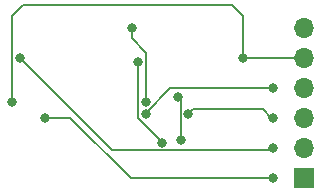
<source format=gbr>
%TF.GenerationSoftware,KiCad,Pcbnew,(6.0.5)*%
%TF.CreationDate,2022-11-14T02:59:19-05:00*%
%TF.ProjectId,IMU_Board,494d555f-426f-4617-9264-2e6b69636164,rev?*%
%TF.SameCoordinates,Original*%
%TF.FileFunction,Copper,L2,Bot*%
%TF.FilePolarity,Positive*%
%FSLAX46Y46*%
G04 Gerber Fmt 4.6, Leading zero omitted, Abs format (unit mm)*
G04 Created by KiCad (PCBNEW (6.0.5)) date 2022-11-14 02:59:19*
%MOMM*%
%LPD*%
G01*
G04 APERTURE LIST*
%TA.AperFunction,ComponentPad*%
%ADD10R,1.700000X1.700000*%
%TD*%
%TA.AperFunction,ComponentPad*%
%ADD11O,1.700000X1.700000*%
%TD*%
%TA.AperFunction,ViaPad*%
%ADD12C,0.800000*%
%TD*%
%TA.AperFunction,Conductor*%
%ADD13C,0.127000*%
%TD*%
G04 APERTURE END LIST*
D10*
%TO.P,J1,1,Pin_1*%
%TO.N,IMU_INT2*%
X137200000Y-104450000D03*
D11*
%TO.P,J1,2,Pin_2*%
%TO.N,IMU_INT1*%
X137200000Y-101910000D03*
%TO.P,J1,3,Pin_3*%
%TO.N,MAG_INT*%
X137200000Y-99370000D03*
%TO.P,J1,4,Pin_4*%
%TO.N,MAG_DRDY*%
X137200000Y-96830000D03*
%TO.P,J1,5,Pin_5*%
%TO.N,GND*%
X137200000Y-94290000D03*
%TO.P,J1,6,Pin_6*%
%TO.N,VCC*%
X137200000Y-91750000D03*
%TD*%
D12*
%TO.N,IMU_INT2*%
X115250000Y-99300000D03*
%TO.N,VCC*%
X126800000Y-101200000D03*
X126500000Y-97600000D03*
%TO.N,IMU_INT2*%
X134600000Y-104450000D03*
%TO.N,IMU_INT1*%
X134600000Y-101910000D03*
X113160160Y-94247500D03*
%TO.N,MAG_DRDY*%
X134600000Y-96830000D03*
X123800000Y-99017000D03*
%TO.N,MAG_INT*%
X134600000Y-99370000D03*
X127400000Y-99000000D03*
%TO.N,GND*%
X112500000Y-97962500D03*
X132000000Y-94290000D03*
%TO.N,/SDA*%
X122600000Y-91750000D03*
X123800000Y-98000000D03*
%TO.N,/SCL*%
X123100000Y-94600000D03*
X125193000Y-101439715D03*
%TD*%
D13*
%TO.N,IMU_INT2*%
X117400000Y-99300000D02*
X115250000Y-99300000D01*
%TO.N,VCC*%
X126800000Y-97900000D02*
X126500000Y-97600000D01*
X126800000Y-101200000D02*
X126800000Y-97900000D01*
%TO.N,MAG_INT*%
X134500000Y-99400000D02*
X133700000Y-98600000D01*
X127800000Y-98600000D02*
X127400000Y-99000000D01*
X133700000Y-98600000D02*
X127800000Y-98600000D01*
%TO.N,MAG_DRDY*%
X123800000Y-98900000D02*
X125870000Y-96830000D01*
X125870000Y-96830000D02*
X134600000Y-96830000D01*
X123800000Y-99017000D02*
X123800000Y-98900000D01*
%TO.N,/SCL*%
X125193000Y-101393000D02*
X125193000Y-101439715D01*
X123100000Y-99300000D02*
X125193000Y-101393000D01*
X123100000Y-94600000D02*
X123100000Y-99300000D01*
%TO.N,IMU_INT1*%
X120942376Y-102029716D02*
X113160160Y-94247500D01*
X134480284Y-102029716D02*
X120942376Y-102029716D01*
X134600000Y-101910000D02*
X134480284Y-102029716D01*
%TO.N,IMU_INT2*%
X122550000Y-104450000D02*
X117400000Y-99300000D01*
X134600000Y-104450000D02*
X122550000Y-104450000D01*
%TO.N,GND*%
X112500000Y-90700000D02*
X112500000Y-97962500D01*
X131100000Y-89800000D02*
X113400000Y-89800000D01*
X132000000Y-90700000D02*
X131100000Y-89800000D01*
X113400000Y-89800000D02*
X112500000Y-90700000D01*
X132000000Y-94290000D02*
X132000000Y-90700000D01*
X137200000Y-94290000D02*
X132000000Y-94290000D01*
%TO.N,/SDA*%
X122600000Y-91750000D02*
X122600000Y-92600000D01*
X123800000Y-93800000D02*
X123800000Y-98000000D01*
X122600000Y-92600000D02*
X123800000Y-93800000D01*
%TD*%
M02*

</source>
